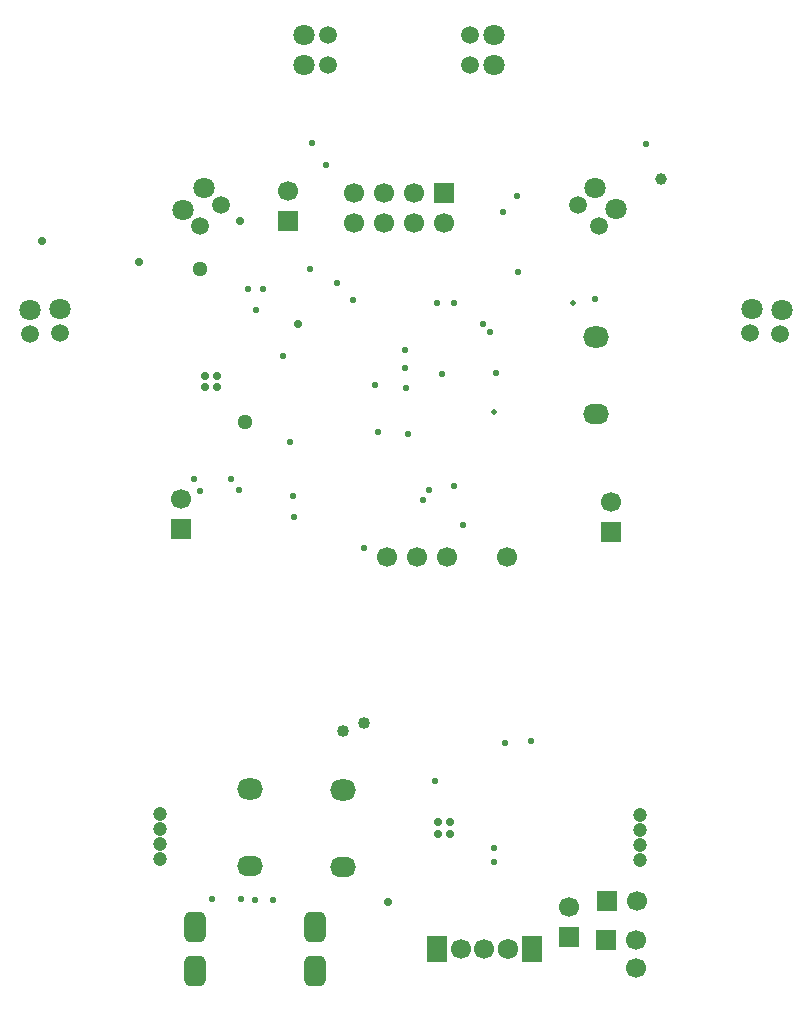
<source format=gbs>
G04 Layer_Color=16711935*
%FSLAX24Y24*%
%MOIN*%
G70*
G01*
G75*
%ADD71C,0.0512*%
%ADD72C,0.0394*%
%ADD73C,0.0591*%
%ADD76C,0.0197*%
%ADD80C,0.0220*%
%ADD81C,0.0276*%
%ADD82C,0.0400*%
%ADD83C,0.0280*%
%ADD125O,0.0866X0.0709*%
%ADD126O,0.0866X0.0669*%
%ADD127C,0.0709*%
%ADD128C,0.0472*%
%ADD129C,0.0669*%
%ADD130R,0.0669X0.0866*%
%ADD131C,0.0679*%
%ADD132C,0.0276*%
%ADD133R,0.0669X0.0669*%
%ADD134R,0.0669X0.0669*%
G04:AMPARAMS|DCode=135|XSize=102.4mil|YSize=70.9mil|CornerRadius=19.7mil|HoleSize=0mil|Usage=FLASHONLY|Rotation=90.000|XOffset=0mil|YOffset=0mil|HoleType=Round|Shape=RoundedRectangle|*
%AMROUNDEDRECTD135*
21,1,0.1024,0.0315,0,0,90.0*
21,1,0.0630,0.0709,0,0,90.0*
1,1,0.0394,0.0157,0.0315*
1,1,0.0394,0.0157,-0.0315*
1,1,0.0394,-0.0157,-0.0315*
1,1,0.0394,-0.0157,0.0315*
%
%ADD135ROUNDEDRECTD135*%
D71*
X-6631Y24181D02*
D03*
X-5150Y19100D02*
D03*
D72*
X8720Y27190D02*
D03*
D73*
X11705Y22065D02*
D03*
X12704Y22030D02*
D03*
X5946Y26338D02*
D03*
X6653Y25631D02*
D03*
X2362Y31996D02*
D03*
Y30996D02*
D03*
X-2362D02*
D03*
Y31996D02*
D03*
X-6653Y25631D02*
D03*
X-5946Y26338D02*
D03*
X-12311Y22030D02*
D03*
X-11311Y22065D02*
D03*
D76*
X5783Y23051D02*
D03*
X3149Y19413D02*
D03*
D80*
X180Y21490D02*
D03*
X-5050Y23531D02*
D03*
X3040Y22110D02*
D03*
X302Y18704D02*
D03*
X-720Y18767D02*
D03*
X-4790Y22820D02*
D03*
X-6630Y16800D02*
D03*
X8220Y28360D02*
D03*
X-1170Y14880D02*
D03*
X3460Y26080D02*
D03*
X2780Y22360D02*
D03*
X4380Y8460D02*
D03*
X3510Y8390D02*
D03*
X-4810Y3160D02*
D03*
X-6240Y3190D02*
D03*
X-4200Y3165D02*
D03*
X-5280Y3200D02*
D03*
X1270Y23070D02*
D03*
X-2450Y27670D02*
D03*
X-2900Y28390D02*
D03*
X983Y16830D02*
D03*
X780Y16486D02*
D03*
X-5350Y16820D02*
D03*
X-5620Y17190D02*
D03*
X-6840D02*
D03*
X-3650Y18420D02*
D03*
X3930Y26630D02*
D03*
X-4540Y23520D02*
D03*
X3240Y20740D02*
D03*
X3960Y24110D02*
D03*
X2130Y15660D02*
D03*
X1810Y16970D02*
D03*
X1190Y7120D02*
D03*
X210Y20230D02*
D03*
X190Y20890D02*
D03*
X1430Y20680D02*
D03*
X-3520Y15930D02*
D03*
X-3550Y16640D02*
D03*
X-810Y20320D02*
D03*
X6530Y23190D02*
D03*
X-2960Y24190D02*
D03*
X1840Y23050D02*
D03*
X-1550Y23170D02*
D03*
X-2090Y23720D02*
D03*
X-3880Y21280D02*
D03*
X3150Y4880D02*
D03*
X3160Y4440D02*
D03*
D81*
X-384Y3090D02*
D03*
D82*
X-1190Y9060D02*
D03*
X-1870Y8790D02*
D03*
D83*
X-5310Y25790D02*
D03*
X-3370Y22360D02*
D03*
X-11920Y25140D02*
D03*
X-8661Y24429D02*
D03*
X1290Y5370D02*
D03*
X1690Y5770D02*
D03*
Y5370D02*
D03*
X1290Y5770D02*
D03*
D125*
X6573Y21936D02*
D03*
X-4960Y6859D02*
D03*
X-1870Y6829D02*
D03*
D126*
X6573Y19377D02*
D03*
X-4960Y4300D02*
D03*
X-1870Y4270D02*
D03*
D127*
X11750Y22857D02*
D03*
X12750Y22823D02*
D03*
X6526Y26894D02*
D03*
X7234Y26186D02*
D03*
X3160Y31980D02*
D03*
Y30980D02*
D03*
X-3170Y31000D02*
D03*
Y32000D02*
D03*
X-7224Y26176D02*
D03*
X-6516Y26884D02*
D03*
X-12310Y22813D02*
D03*
X-11310Y22847D02*
D03*
D128*
X8040Y5990D02*
D03*
Y5490D02*
D03*
Y4990D02*
D03*
Y4490D02*
D03*
X-7990Y4530D02*
D03*
Y5030D02*
D03*
Y5530D02*
D03*
Y6030D02*
D03*
D129*
X-420Y14590D02*
D03*
X580D02*
D03*
X1580D02*
D03*
X3580D02*
D03*
X2835Y1540D02*
D03*
X2047D02*
D03*
X5670Y2940D02*
D03*
X7910Y3130D02*
D03*
X-3720Y26780D02*
D03*
X1500Y25720D02*
D03*
X500Y26720D02*
D03*
Y25720D02*
D03*
X-500Y26720D02*
D03*
Y25720D02*
D03*
X-1500Y26720D02*
D03*
Y25720D02*
D03*
X7890Y880D02*
D03*
X-7290Y16520D02*
D03*
X7060Y16420D02*
D03*
X7900Y1820D02*
D03*
D130*
X4410Y1540D02*
D03*
X1260D02*
D03*
D131*
X3622D02*
D03*
D132*
X-6087Y20644D02*
D03*
Y20250D02*
D03*
X-6481Y20644D02*
D03*
Y20250D02*
D03*
D133*
X5670Y1940D02*
D03*
X-3720Y25780D02*
D03*
X-7290Y15520D02*
D03*
X7060Y15420D02*
D03*
D134*
X6910Y3130D02*
D03*
X1500Y26720D02*
D03*
X6900Y1820D02*
D03*
D135*
X-6818Y800D02*
D03*
X-2802D02*
D03*
Y2257D02*
D03*
X-6818D02*
D03*
M02*

</source>
